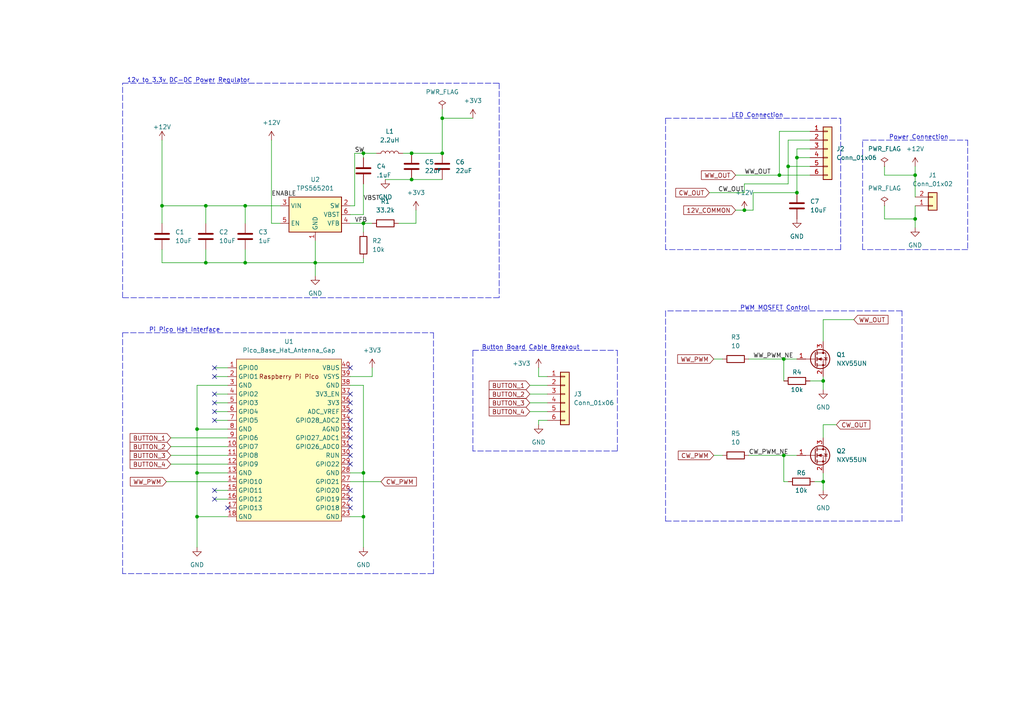
<source format=kicad_sch>
(kicad_sch (version 20211123) (generator eeschema)
  (paper "A4")
  (title_block (title "Pi Pico CWWW Control Hat") (date "2023-02-07") (rev "1.0") (comment 1 "License: CERN-OHL-S v2") (comment 2 "danielkent.net") (comment 3 "Daniel Kent"))
  (lib_symbols
    (symbol "Connector_Generic:Conn_01x02" (pin_names (offset 1.016) hide)
      (property "Reference" "J" (at 0 2.54 0))
      (property "Value" "Conn_01x02" (at 0 -5.08 0))
      (symbol "Conn_01x02_1_1"
        (rectangle (start -1.27 -2.413) (end 0 -2.667) (stroke (width 0.1524)))
        (rectangle (start -1.27 0.127) (end 0 -0.127) (stroke (width 0.1524)))
        (rectangle (start -1.27 1.27) (end 1.27 -3.81) (stroke (width 0.254)) (fill (type background)))
        (pin passive line (at -5.08 0 0) (length 3.81) (name "Pin_1") (number "1"))
        (pin passive line (at -5.08 -2.54 0) (length 3.81) (name "Pin_2") (number "2"))
      )
    )
    (symbol "Connector_Generic:Conn_01x06" (pin_names (offset 1.016) hide)
      (property "Reference" "J" (at 0 7.62 0))
      (property "Value" "Conn_01x06" (at 0 -10.16 0))
      (symbol "Conn_01x06_1_1"
        (rectangle (start -1.27 -7.493) (end 0 -7.747) (stroke (width 0.1524)))
        (rectangle (start -1.27 -4.953) (end 0 -5.207) (stroke (width 0.1524)))
        (rectangle (start -1.27 -2.413) (end 0 -2.667) (stroke (width 0.1524)))
        (rectangle (start -1.27 0.127) (end 0 -0.127) (stroke (width 0.1524)))
        (rectangle (start -1.27 2.667) (end 0 2.413) (stroke (width 0.1524)))
        (rectangle (start -1.27 5.207) (end 0 4.953) (stroke (width 0.1524)))
        (rectangle (start -1.27 6.35) (end 1.27 -8.89) (stroke (width 0.254)) (fill (type background)))
        (pin passive line (at -5.08 5.08 0) (length 3.81) (name "Pin_1") (number "1"))
        (pin passive line (at -5.08 2.54 0) (length 3.81) (name "Pin_2") (number "2"))
        (pin passive line (at -5.08 0 0) (length 3.81) (name "Pin_3") (number "3"))
        (pin passive line (at -5.08 -2.54 0) (length 3.81) (name "Pin_4") (number "4"))
        (pin passive line (at -5.08 -5.08 0) (length 3.81) (name "Pin_5") (number "5"))
        (pin passive line (at -5.08 -7.62 0) (length 3.81) (name "Pin_6") (number "6"))
      )
    )
    (symbol "Device:C" (pin_numbers hide) (pin_names (offset 0.254))
      (property "Reference" "C" (at 0.635 2.54 0))
      (property "Value" "C" (at 0.635 -2.54 0))
      (symbol "C_0_1"
        (polyline (pts (xy -2.032 -0.762) (xy 2.032 -0.762)) (stroke (width 0.508)))
        (polyline (pts (xy -2.032 0.762) (xy 2.032 0.762)) (stroke (width 0.508)))
      )
      (symbol "C_1_1"
        (pin passive line (at 0 3.81 270) (length 2.794) (name "~") (number "1"))
        (pin passive line (at 0 -3.81 90) (length 2.794) (name "~") (number "2"))
      )
    )
    (symbol "Device:L" (pin_numbers hide) (pin_names (offset 1.016) hide)
      (property "Reference" "L" (at -1.27 0 90))
      (property "Value" "L" (at 1.905 0 90))
      (symbol "L_0_1"
        (arc (start 0 -2.54) (mid 0.635 -1.905) (end 0 -1.27))
        (arc (start 0 -1.27) (mid 0.635 -0.635) (end 0 0))
        (arc (start 0 0) (mid 0.635 0.635) (end 0 1.27))
        (arc (start 0 1.27) (mid 0.635 1.905) (end 0 2.54))
      )
      (symbol "L_1_1"
        (pin passive line (at 0 3.81 270) (length 1.27) (name "1") (number "1"))
        (pin passive line (at 0 -3.81 90) (length 1.27) (name "2") (number "2"))
      )
    )
    (symbol "Device:R" (pin_numbers hide) (pin_names (offset 0))
      (property "Reference" "R" (at 2.032 0 90))
      (property "Value" "R" (at 0 0 90))
      (symbol "R_0_1"
        (rectangle (start -1.016 -2.54) (end 1.016 2.54) (stroke (width 0.254)))
      )
      (symbol "R_1_1"
        (pin passive line (at 0 3.81 270) (length 1.27) (name "~") (number "1"))
        (pin passive line (at 0 -3.81 90) (length 1.27) (name "~") (number "2"))
      )
    )
    (symbol "Q_NMOS_DSG_1" (pin_names (offset 0) hide)
      (property "Reference" "Q1" (at 6.35 1.2701 0))
      (property "Value" "NXV55UN" (at 6.35 -1.2699 0))
      (symbol "Q_NMOS_DSG_1_0_1"
        (polyline (pts (xy 0.254 0) (xy -2.54 0)))
        (polyline (pts (xy 0.254 1.905) (xy 0.254 -1.905)) (stroke (width 0.254)))
        (polyline (pts (xy 0.762 -1.27) (xy 0.762 -2.286)) (stroke (width 0.254)))
        (polyline (pts (xy 0.762 0.508) (xy 0.762 -0.508)) (stroke (width 0.254)))
        (polyline (pts (xy 0.762 2.286) (xy 0.762 1.27)) (stroke (width 0.254)))
        (polyline (pts (xy 2.54 2.54) (xy 2.54 1.778)))
        (polyline (pts (xy 2.54 -2.54) (xy 2.54 0) (xy 0.762 0)))
        (polyline (pts (xy 0.762 -1.778) (xy 3.302 -1.778) (xy 3.302 1.778) (xy 0.762 1.778)))
        (polyline (pts (xy 1.016 0) (xy 2.032 0.381) (xy 2.032 -0.381) (xy 1.016 0)) (fill (type outline)))
        (polyline (pts (xy 2.794 0.508) (xy 2.921 0.381) (xy 3.683 0.381) (xy 3.81 0.254)))
        (polyline (pts (xy 3.302 0.381) (xy 2.921 -0.254) (xy 3.683 -0.254) (xy 3.302 0.381)))
        (circle (center 1.651 0) (radius 2.794) (stroke (width 0.254)))
        (circle (center 2.54 -1.778) (radius 0.254) (fill (type outline)))
        (circle (center 2.54 1.778) (radius 0.254) (fill (type outline)))
      )
      (symbol "Q_NMOS_DSG_1_1_1"
        (pin input line (at -5.08 0 0) (length 2.54) (name "G") (number "1") (alternate "" input line))
        (pin passive line (at 2.54 -5.08 90) (length 2.54) (name "S") (number "2") (alternate "" input line))
        (pin passive line (at 2.54 5.08 270) (length 2.54) (name "D") (number "3") (alternate "" input line))
      )
    )
    (symbol "RPiPico:Pico_Base_Hat_Antenna_Gap"
      (property "Reference" "U1" (at 0 31.75 0))
      (property "Value" "Pico_Base_Hat_Antenna_Gap" (at 0 29.21 0))
      (symbol "Pico_Base_Hat_Antenna_Gap_0_0"
        (text "Raspberry Pi Pico" (at 0 21.59 0) (effects (font (size 1.27 1.27))))
      )
      (symbol "Pico_Base_Hat_Antenna_Gap_0_1"
        (rectangle (start -15.24 26.67) (end 15.24 -20.32) (fill (type background)))
      )
      (symbol "Pico_Base_Hat_Antenna_Gap_1_1"
        (pin bidirectional line (at -17.78 24.13 0) (length 2.54) (name "GPIO0") (number "1"))
        (pin bidirectional line (at -17.78 1.27 0) (length 2.54) (name "GPIO7") (number "10"))
        (pin bidirectional line (at -17.78 -1.27 0) (length 2.54) (name "GPIO8") (number "11"))
        (pin bidirectional line (at -17.78 -3.81 0) (length 2.54) (name "GPIO9") (number "12"))
        (pin power_in line (at -17.78 -6.35 0) (length 2.54) (name "GND") (number "13"))
        (pin bidirectional line (at -17.78 -8.89 0) (length 2.54) (name "GPIO10") (number "14"))
        (pin bidirectional line (at -17.78 -11.43 0) (length 2.54) (name "GPIO11") (number "15"))
        (pin bidirectional line (at -17.78 -13.97 0) (length 2.54) (name "GPIO12") (number "16"))
        (pin bidirectional line (at -17.78 -16.51 0) (length 2.54) (name "GPIO13") (number "17"))
        (pin power_in line (at -17.78 -19.05 0) (length 2.54) (name "GND") (number "18"))
        (pin bidirectional line (at -17.78 21.59 0) (length 2.54) (name "GPIO1") (number "2"))
        (pin power_in line (at 17.78 -19.05 180) (length 2.54) (name "GND") (number "23"))
        (pin bidirectional line (at 17.78 -16.51 180) (length 2.54) (name "GPIO18") (number "24"))
        (pin bidirectional line (at 17.78 -13.97 180) (length 2.54) (name "GPIO19") (number "25"))
        (pin bidirectional line (at 17.78 -11.43 180) (length 2.54) (name "GPIO20") (number "26"))
        (pin bidirectional line (at 17.78 -8.89 180) (length 2.54) (name "GPIO21") (number "27"))
        (pin power_in line (at 17.78 -6.35 180) (length 2.54) (name "GND") (number "28"))
        (pin bidirectional line (at 17.78 -3.81 180) (length 2.54) (name "GPIO22") (number "29"))
        (pin power_in line (at -17.78 19.05 0) (length 2.54) (name "GND") (number "3"))
        (pin input line (at 17.78 -1.27 180) (length 2.54) (name "RUN") (number "30"))
        (pin bidirectional line (at 17.78 1.27 180) (length 2.54) (name "GPIO26_ADC0") (number "31"))
        (pin bidirectional line (at 17.78 3.81 180) (length 2.54) (name "GPIO27_ADC1") (number "32"))
        (pin power_in line (at 17.78 6.35 180) (length 2.54) (name "AGND") (number "33"))
        (pin bidirectional line (at 17.78 8.89 180) (length 2.54) (name "GPIO28_ADC2") (number "34"))
        (pin power_in line (at 17.78 11.43 180) (length 2.54) (name "ADC_VREF") (number "35"))
        (pin power_in line (at 17.78 13.97 180) (length 2.54) (name "3V3") (number "36"))
        (pin input line (at 17.78 16.51 180) (length 2.54) (name "3V3_EN") (number "37"))
        (pin power_in line (at 17.78 19.05 180) (length 2.54) (name "GND") (number "38"))
        (pin power_in line (at 17.78 21.59 180) (length 2.54) (name "VSYS") (number "39"))
        (pin bidirectional line (at -17.78 16.51 0) (length 2.54) (name "GPIO2") (number "4"))
        (pin power_in line (at 17.78 24.13 180) (length 2.54) (name "VBUS") (number "40"))
        (pin bidirectional line (at -17.78 13.97 0) (length 2.54) (name "GPIO3") (number "5"))
        (pin bidirectional line (at -17.78 11.43 0) (length 2.54) (name "GPIO4") (number "6"))
        (pin bidirectional line (at -17.78 8.89 0) (length 2.54) (name "GPIO5") (number "7"))
        (pin power_in line (at -17.78 6.35 0) (length 2.54) (name "GND") (number "8"))
        (pin bidirectional line (at -17.78 3.81 0) (length 2.54) (name "GPIO6") (number "9"))
      )
    )
    (symbol "Regulator_Switching:TPS565208"
      (property "Reference" "U" (at -7.62 6.35 0))
      (property "Value" "TPS565208" (at -2.54 6.35 0))
      (symbol "TPS565208_0_1"
        (rectangle (start -7.62 5.08) (end 7.62 -5.08) (stroke (width 0.254)) (fill (type background)))
      )
      (symbol "TPS565208_1_1"
        (pin power_in line (at 0 -7.62 90) (length 2.54) (name "GND") (number "1"))
        (pin output line (at 10.16 2.54 180) (length 2.54) (name "SW") (number "2"))
        (pin power_in line (at -10.16 2.54 0) (length 2.54) (name "VIN") (number "3"))
        (pin input line (at 10.16 -2.54 180) (length 2.54) (name "VFB") (number "4"))
        (pin input line (at -10.16 -2.54 0) (length 2.54) (name "EN") (number "5"))
        (pin passive line (at 10.16 0 180) (length 2.54) (name "VBST") (number "6"))
      )
    )
    (symbol "power:+12V" (power) (pin_names (offset 0))
      (property "Value" "+12V" (at 0 3.556 0))
      (symbol "+12V_0_1"
        (polyline (pts (xy -0.762 1.27) (xy 0 2.54)))
        (polyline (pts (xy 0 0) (xy 0 2.54)))
        (polyline (pts (xy 0 2.54) (xy 0.762 1.27)))
      )
      (symbol "+12V_1_1"
        (pin power_in line (at 0 0 90) (length 0) hide (name "+12V") (number "1"))
      )
    )
    (symbol "power:+3.3V" (power) (pin_names (offset 0))
      (property "Value" "+3.3V" (at 0 3.556 0))
      (symbol "+3.3V_0_1"
        (polyline (pts (xy -0.762 1.27) (xy 0 2.54)))
        (polyline (pts (xy 0 0) (xy 0 2.54)))
        (polyline (pts (xy 0 2.54) (xy 0.762 1.27)))
      )
      (symbol "+3.3V_1_1"
        (pin power_in line (at 0 0 90) (length 0) hide (name "+3V3") (number "1"))
      )
    )
    (symbol "power:GND" (power) (pin_names (offset 0))
      (property "Value" "GND" (at 0 -3.81 0))
      (symbol "GND_0_1"
        (polyline (pts (xy 0 0) (xy 0 -1.27) (xy 1.27 -1.27) (xy 0 -2.54) (xy -1.27 -1.27) (xy 0 -1.27)))
      )
      (symbol "GND_1_1"
        (pin power_in line (at 0 0 270) (length 0) hide (name "GND") (number "1"))
      )
    )
    (symbol "power:PWR_FLAG" (power) (pin_numbers hide) (pin_names (offset 0) hide)
      (property "Value" "PWR_FLAG" (at 0 3.81 0))
      (symbol "PWR_FLAG_0_0"
        (pin power_out line (at 0 0 90) (length 0) (name "pwr") (number "1"))
      )
      (symbol "PWR_FLAG_0_1"
        (polyline (pts (xy 0 0) (xy 0 1.27) (xy -1.016 1.905) (xy 0 2.54) (xy 1.016 1.905) (xy 0 1.27)))
      )
    )
  )
  (junction (at 226.06 50.8))
  (junction (at 71.12 76.2))
  (junction (at 57.15 137.16))
  (junction (at 59.69 76.2))
  (junction (at 105.41 64.77))
  (junction (at 119.38 44.45))
  (junction (at 105.41 44.45))
  (junction (at 71.12 59.69))
  (junction (at 105.41 149.86))
  (junction (at 128.27 34.29))
  (junction (at 59.69 59.69))
  (junction (at 265.43 50.8))
  (junction (at 46.99 59.69))
  (junction (at 105.41 137.16))
  (junction (at 119.38 52.07))
  (junction (at 238.76 110.49))
  (junction (at 231.14 55.88))
  (junction (at 227.33 132.08))
  (junction (at 91.44 76.2))
  (junction (at 215.9 60.96))
  (junction (at 238.76 139.7))
  (junction (at 265.43 63.5))
  (junction (at 228.6 48.26))
  (junction (at 57.15 124.46))
  (junction (at 231.14 45.72))
  (junction (at 128.27 44.45))
  (junction (at 227.33 104.14))
  (junction (at 57.15 149.86))
  (no_connect (at 101.6 147.32))
  (no_connect (at 101.6 116.84))
  (no_connect (at 101.6 106.68))
  (no_connect (at 62.23 109.22))
  (no_connect (at 101.6 129.54))
  (no_connect (at 101.6 114.3))
  (no_connect (at 101.6 127))
  (no_connect (at 101.6 134.62))
  (no_connect (at 62.23 121.92))
  (no_connect (at 101.6 132.08))
  (no_connect (at 101.6 142.24))
  (no_connect (at 101.6 119.38))
  (no_connect (at 62.23 144.78))
  (no_connect (at 62.23 142.24))
  (no_connect (at 101.6 144.78))
  (no_connect (at 62.23 114.3))
  (no_connect (at 62.23 119.38))
  (no_connect (at 101.6 124.46))
  (no_connect (at 62.23 106.68))
  (no_connect (at 66.04 147.32))
  (no_connect (at 101.6 121.92))
  (no_connect (at 62.23 116.84))
  (wire (pts (xy 105.41 149.86) (xy 105.41 158.75)))
  (polyline (pts (xy 280.67 72.39) (xy 250.19 72.39)))
  (wire (pts (xy 238.76 92.71) (xy 247.65 92.71)))
  (wire (pts (xy 119.38 52.07) (xy 128.27 52.07)))
  (wire (pts (xy 49.53 134.62) (xy 66.04 134.62)))
  (wire (pts (xy 228.6 48.26) (xy 234.95 48.26)))
  (polyline (pts (xy 35.56 166.37) (xy 35.56 96.52)))
  (wire (pts (xy 101.6 109.22) (xy 107.95 109.22)))
  (wire (pts (xy 57.15 111.76) (xy 57.15 124.46)))
  (wire (pts (xy 218.44 60.96) (xy 218.44 55.88)))
  (wire (pts (xy 153.67 119.38) (xy 158.75 119.38)))
  (wire (pts (xy 156.21 109.22) (xy 156.21 106.68)))
  (wire (pts (xy 105.41 53.34) (xy 105.41 62.23)))
  (wire (pts (xy 46.99 64.77) (xy 46.99 59.69)))
  (wire (pts (xy 256.54 59.69) (xy 256.54 63.5)))
  (wire (pts (xy 227.33 104.14) (xy 231.14 104.14)))
  (wire (pts (xy 71.12 76.2) (xy 91.44 76.2)))
  (wire (pts (xy 105.41 64.77) (xy 107.95 64.77)))
  (wire (pts (xy 46.99 72.39) (xy 46.99 76.2)))
  (wire (pts (xy 226.06 50.8) (xy 226.06 38.1)))
  (wire (pts (xy 227.33 104.14) (xy 227.33 110.49)))
  (wire (pts (xy 59.69 59.69) (xy 59.69 64.77)))
  (wire (pts (xy 119.38 44.45) (xy 128.27 44.45)))
  (wire (pts (xy 205.74 55.88) (xy 215.9 55.88)))
  (wire (pts (xy 105.41 111.76) (xy 105.41 137.16)))
  (wire (pts (xy 158.75 121.92) (xy 156.21 121.92)))
  (wire (pts (xy 91.44 69.85) (xy 91.44 76.2)))
  (wire (pts (xy 228.6 48.26) (xy 228.6 40.64)))
  (polyline (pts (xy 193.04 151.13) (xy 261.62 151.13)))
  (wire (pts (xy 59.69 59.69) (xy 71.12 59.69)))
  (wire (pts (xy 153.67 114.3) (xy 158.75 114.3)))
  (wire (pts (xy 62.23 106.68) (xy 66.04 106.68)))
  (wire (pts (xy 102.87 44.45) (xy 102.87 59.69)))
  (wire (pts (xy 238.76 123.19) (xy 242.57 123.19)))
  (wire (pts (xy 207.01 104.14) (xy 209.55 104.14)))
  (wire (pts (xy 49.53 132.08) (xy 66.04 132.08)))
  (wire (pts (xy 101.6 149.86) (xy 105.41 149.86)))
  (wire (pts (xy 213.36 50.8) (xy 226.06 50.8)))
  (wire (pts (xy 215.9 55.88) (xy 215.9 53.34)))
  (wire (pts (xy 265.43 59.69) (xy 265.43 63.5)))
  (wire (pts (xy 91.44 76.2) (xy 105.41 76.2)))
  (polyline (pts (xy 137.16 101.6) (xy 139.7 101.6)))
  (wire (pts (xy 109.22 44.45) (xy 105.41 44.45)))
  (wire (pts (xy 231.14 55.88) (xy 231.14 45.72)))
  (wire (pts (xy 213.36 60.96) (xy 215.9 60.96)))
  (wire (pts (xy 153.67 116.84) (xy 158.75 116.84)))
  (wire (pts (xy 238.76 139.7) (xy 238.76 142.24)))
  (polyline (pts (xy 243.84 34.29) (xy 243.84 72.39)))
  (polyline (pts (xy 179.07 130.81) (xy 137.16 130.81)))
  (wire (pts (xy 120.65 60.96) (xy 120.65 64.77)))
  (wire (pts (xy 62.23 114.3) (xy 66.04 114.3)))
  (wire (pts (xy 227.33 132.08) (xy 231.14 132.08)))
  (wire (pts (xy 217.17 104.14) (xy 227.33 104.14)))
  (wire (pts (xy 62.23 121.92) (xy 66.04 121.92)))
  (polyline (pts (xy 250.19 72.39) (xy 250.19 40.64)))
  (wire (pts (xy 49.53 127) (xy 66.04 127)))
  (wire (pts (xy 57.15 124.46) (xy 66.04 124.46)))
  (polyline (pts (xy 261.62 151.13) (xy 261.62 90.17)))
  (polyline (pts (xy 243.84 72.39) (xy 193.04 72.39)))
  (wire (pts (xy 78.74 64.77) (xy 81.28 64.77)))
  (wire (pts (xy 238.76 92.71) (xy 238.76 99.06)))
  (wire (pts (xy 48.26 139.7) (xy 66.04 139.7)))
  (wire (pts (xy 111.76 52.07) (xy 119.38 52.07)))
  (wire (pts (xy 265.43 48.26) (xy 265.43 50.8)))
  (wire (pts (xy 128.27 34.29) (xy 137.16 34.29)))
  (wire (pts (xy 231.14 45.72) (xy 231.14 43.18)))
  (polyline (pts (xy 280.67 40.64) (xy 280.67 72.39)))
  (wire (pts (xy 105.41 44.45) (xy 105.41 45.72)))
  (wire (pts (xy 105.41 137.16) (xy 105.41 149.86)))
  (wire (pts (xy 231.14 43.18) (xy 234.95 43.18)))
  (polyline (pts (xy 144.78 86.36) (xy 35.56 86.36)))
  (wire (pts (xy 156.21 121.92) (xy 156.21 123.19)))
  (wire (pts (xy 215.9 53.34) (xy 228.6 53.34)))
  (wire (pts (xy 218.44 55.88) (xy 231.14 55.88)))
  (polyline (pts (xy 35.56 96.52) (xy 125.73 96.52)))
  (wire (pts (xy 46.99 76.2) (xy 59.69 76.2)))
  (wire (pts (xy 226.06 50.8) (xy 234.95 50.8)))
  (wire (pts (xy 101.6 59.69) (xy 102.87 59.69)))
  (wire (pts (xy 256.54 48.26) (xy 256.54 50.8)))
  (polyline (pts (xy 35.56 86.36) (xy 35.56 24.13)))
  (wire (pts (xy 128.27 31.75) (xy 128.27 34.29)))
  (wire (pts (xy 238.76 137.16) (xy 238.76 139.7)))
  (wire (pts (xy 158.75 109.22) (xy 156.21 109.22)))
  (wire (pts (xy 227.33 139.7) (xy 227.33 132.08)))
  (wire (pts (xy 62.23 119.38) (xy 66.04 119.38)))
  (wire (pts (xy 57.15 149.86) (xy 66.04 149.86)))
  (wire (pts (xy 107.95 106.68) (xy 107.95 109.22)))
  (wire (pts (xy 101.6 111.76) (xy 105.41 111.76)))
  (wire (pts (xy 207.01 132.08) (xy 209.55 132.08)))
  (wire (pts (xy 105.41 62.23) (xy 101.6 62.23)))
  (wire (pts (xy 153.67 111.76) (xy 158.75 111.76)))
  (wire (pts (xy 101.6 139.7) (xy 110.49 139.7)))
  (polyline (pts (xy 137.16 130.81) (xy 137.16 101.6)))
  (wire (pts (xy 234.95 110.49) (xy 238.76 110.49)))
  (wire (pts (xy 238.76 110.49) (xy 238.76 113.03)))
  (wire (pts (xy 62.23 109.22) (xy 66.04 109.22)))
  (wire (pts (xy 57.15 111.76) (xy 66.04 111.76)))
  (polyline (pts (xy 193.04 34.29) (xy 193.04 72.39)))
  (wire (pts (xy 265.43 63.5) (xy 265.43 66.04)))
  (wire (pts (xy 91.44 76.2) (xy 91.44 80.01)))
  (wire (pts (xy 57.15 124.46) (xy 57.15 137.16)))
  (wire (pts (xy 46.99 40.64) (xy 46.99 59.69)))
  (wire (pts (xy 71.12 76.2) (xy 59.69 76.2)))
  (wire (pts (xy 226.06 38.1) (xy 234.95 38.1)))
  (polyline (pts (xy 250.19 40.64) (xy 280.67 40.64)))
  (polyline (pts (xy 139.7 101.6) (xy 179.07 101.6)))
  (wire (pts (xy 71.12 59.69) (xy 71.12 64.77)))
  (polyline (pts (xy 193.04 34.29) (xy 243.84 34.29)))
  (wire (pts (xy 71.12 59.69) (xy 81.28 59.69)))
  (wire (pts (xy 105.41 64.77) (xy 105.41 67.31)))
  (polyline (pts (xy 125.73 96.52) (xy 125.73 166.37)))
  (wire (pts (xy 57.15 137.16) (xy 57.15 149.86)))
  (wire (pts (xy 116.84 44.45) (xy 119.38 44.45)))
  (wire (pts (xy 57.15 149.86) (xy 57.15 158.75)))
  (polyline (pts (xy 144.78 24.13) (xy 144.78 86.36)))
  (polyline (pts (xy 35.56 24.13) (xy 144.78 24.13)))
  (wire (pts (xy 46.99 59.69) (xy 59.69 59.69)))
  (wire (pts (xy 265.43 50.8) (xy 265.43 57.15)))
  (wire (pts (xy 120.65 64.77) (xy 115.57 64.77)))
  (wire (pts (xy 228.6 139.7) (xy 227.33 139.7)))
  (wire (pts (xy 228.6 53.34) (xy 228.6 48.26)))
  (wire (pts (xy 236.22 139.7) (xy 238.76 139.7)))
  (wire (pts (xy 105.41 74.93) (xy 105.41 76.2)))
  (wire (pts (xy 59.69 72.39) (xy 59.69 76.2)))
  (wire (pts (xy 217.17 132.08) (xy 227.33 132.08)))
  (polyline (pts (xy 193.04 90.17) (xy 193.04 151.13)))
  (wire (pts (xy 78.74 40.64) (xy 78.74 64.77)))
  (wire (pts (xy 256.54 63.5) (xy 265.43 63.5)))
  (wire (pts (xy 62.23 142.24) (xy 66.04 142.24)))
  (wire (pts (xy 215.9 60.96) (xy 218.44 60.96)))
  (wire (pts (xy 101.6 137.16) (xy 105.41 137.16)))
  (wire (pts (xy 228.6 40.64) (xy 234.95 40.64)))
  (polyline (pts (xy 179.07 101.6) (xy 179.07 130.81)))
  (wire (pts (xy 256.54 50.8) (xy 265.43 50.8)))
  (wire (pts (xy 238.76 123.19) (xy 238.76 127)))
  (wire (pts (xy 105.41 44.45) (xy 102.87 44.45)))
  (wire (pts (xy 57.15 137.16) (xy 66.04 137.16)))
  (wire (pts (xy 128.27 44.45) (xy 128.27 34.29)))
  (wire (pts (xy 62.23 144.78) (xy 66.04 144.78)))
  (polyline (pts (xy 125.73 166.37) (xy 35.56 166.37)))
  (wire (pts (xy 62.23 116.84) (xy 66.04 116.84)))
  (wire (pts (xy 71.12 72.39) (xy 71.12 76.2)))
  (wire (pts (xy 49.53 129.54) (xy 66.04 129.54)))
  (wire (pts (xy 238.76 109.22) (xy 238.76 110.49)))
  (wire (pts (xy 231.14 45.72) (xy 234.95 45.72)))
  (polyline (pts (xy 261.62 90.17) (xy 193.04 90.17)))
  (wire (pts (xy 101.6 64.77) (xy 105.41 64.77)))
  (text "Power Connection" (at 257.81 40.64 0) (effects (font (size 1.27 1.27)) (justify left bottom)))
  (text "12v to 3.3v DC-DC Power Regulator" (at 36.83 24.13 0) (effects (font (size 1.27 1.27)) (justify left bottom)))
  (text "PWM MOSFET Control" (at 214.63 90.17 0) (effects (font (size 1.27 1.27)) (justify left bottom)))
  (text "Pi Pico Hat Interface" (at 43.18 96.52 0) (effects (font (size 1.27 1.27)) (justify left bottom)))
  (text "LED Connection" (at 212.09 34.29 0) (effects (font (size 1.27 1.27)) (justify left bottom)))
  (text "Button Board Cable Breakout" (at 139.7 101.6 0) (effects (font (size 1.27 1.27)) (justify left bottom)))
  (label "ENABLE" (at 78.74 57.15 0))
  (label "SW" (at 102.87 44.45 0))
  (label "VFB" (at 102.87 64.77 0))
  (label "WW_PWM_NE" (at 218.44 104.14 0))
  (label "CW_PWM_NE" (at 217.17 132.08 0))
  (label "VBST" (at 105.41 58.42 0))
  (label "CW_OUT" (at 208.28 55.88 0))
  (label "WW_OUT" (at 215.9 50.8 0))
  (global_label "BUTTON_1" (shape input) (at 49.53 127 180) (property "Intersheet References" "${INTERSHEET_REFS}" (effects hide)))
  (global_label "BUTTON_3" (shape input) (at 49.53 132.08 180) (property "Intersheet References" "${INTERSHEET_REFS}" (effects hide)))
  (global_label "BUTTON_1" (shape input) (at 153.67 111.76 180) (property "Intersheet References" "${INTERSHEET_REFS}" (effects hide)))
  (global_label "BUTTON_4" (shape input) (at 49.53 134.62 180) (property "Intersheet References" "${INTERSHEET_REFS}" (effects hide)))
  (global_label "WW_OUT" (shape input) (at 247.65 92.71 0) (property "Intersheet References" "${INTERSHEET_REFS}" (effects hide)))
  (global_label "WW_OUT" (shape input) (at 213.36 50.8 180) (property "Intersheet References" "${INTERSHEET_REFS}" (effects hide)))
  (global_label "CW_PWM" (shape input) (at 110.49 139.7 0) (property "Intersheet References" "${INTERSHEET_REFS}" (effects hide)))
  (global_label "BUTTON_4" (shape input) (at 153.67 119.38 180) (property "Intersheet References" "${INTERSHEET_REFS}" (effects hide)))
  (global_label "WW_PWM" (shape input) (at 48.26 139.7 180) (property "Intersheet References" "${INTERSHEET_REFS}" (effects hide)))
  (global_label "CW_PWM" (shape input) (at 207.01 132.08 180) (property "Intersheet References" "${INTERSHEET_REFS}" (effects hide)))
  (global_label "BUTTON_3" (shape input) (at 153.67 116.84 180) (property "Intersheet References" "${INTERSHEET_REFS}" (effects hide)))
  (global_label "12V_COMMON" (shape input) (at 213.36 60.96 180) (property "Intersheet References" "${INTERSHEET_REFS}" (effects hide)))
  (global_label "CW_OUT" (shape input) (at 205.74 55.88 180) (property "Intersheet References" "${INTERSHEET_REFS}" (effects hide)))
  (global_label "WW_PWM" (shape input) (at 207.01 104.14 180) (property "Intersheet References" "${INTERSHEET_REFS}" (effects hide)))
  (global_label "BUTTON_2" (shape input) (at 153.67 114.3 180) (property "Intersheet References" "${INTERSHEET_REFS}" (effects hide)))
  (global_label "BUTTON_2" (shape input) (at 49.53 129.54 180) (property "Intersheet References" "${INTERSHEET_REFS}" (effects hide)))
  (global_label "CW_OUT" (shape input) (at 242.57 123.19 0) (property "Intersheet References" "${INTERSHEET_REFS}" (effects hide)))
  (symbol (lib_id "Regulator_Switching:TPS565208") (at 91.44 62.23 0) (unit 1)
    (property "Reference" "U2" (at 91.44 52.07 0))
    (property "Value" "TPS565201" (at 91.44 54.61 0))
    (property "Footprint" "Package_TO_SOT_SMD:SOT-23-6" (effects hide))
    (property "Datasheet" "http://www.ti.com/lit/ds/symlink/tps565208.pdf" (effects hide))
  )
  (symbol (lib_id "power:GND") (at 231.14 63.5 0) (unit 1)
    (property "Reference" "#PWR0113" (effects hide))
    (property "Value" "GND" (at 231.14 68.58 0))
  )
  (symbol (lib_id "power:GND") (at 156.21 123.19 0) (unit 1)
    (property "Reference" "#PWR0112" (effects hide))
    (property "Value" "GND" (at 156.21 128.27 0))
  )
  (symbol (lib_id "power:+3.3V") (at 107.95 106.68 0) (unit 1)
    (property "Reference" "#PWR0105" (effects hide))
    (property "Value" "+3.3V" (at 107.95 101.6 0))
  )
  (symbol (lib_id "power:GND") (at 91.44 80.01 0) (unit 1)
    (property "Reference" "#PWR0109" (effects hide))
    (property "Value" "GND" (at 91.44 85.09 0))
  )
  (symbol (lib_id "power:PWR_FLAG") (at 256.54 48.26 0) (unit 1)
    (property "Reference" "#FLG0102" (effects hide))
    (property "Value" "PWR_FLAG" (at 256.54 43.18 0))
  )
  (symbol (lib_id "power:GND") (at 238.76 113.03 0) (unit 1)
    (property "Reference" "#PWR0107" (effects hide))
    (property "Value" "GND" (at 238.76 118.11 0))
  )
  (symbol (lib_id "power:+3.3V") (at 137.16 34.29 0) (unit 1)
    (property "Reference" "#PWR0117" (effects hide))
    (property "Value" "+3.3V" (at 137.16 29.21 0))
  )
  (symbol (lib_id "Device:C") (at 231.14 59.69 0) (unit 1)
    (property "Reference" "C7" (at 234.95 58.4199 0) (effects (justify left)))
    (property "Value" "10uF" (at 234.95 60.9599 0) (effects (justify left)))
    (property "Footprint" "Capacitor_SMD:C_0805_2012Metric_Pad1.18x1.45mm_HandSolder" (effects hide))
  )
  (symbol (lib_id "power:+3.3V") (at 120.65 60.96 0) (unit 1)
    (property "Reference" "#PWR0102" (effects hide))
    (property "Value" "+3.3V" (at 120.65 55.88 0))
  )
  (symbol (lib_id "Device:R") (at 231.14 110.49 90) (unit 1)
    (property "Reference" "R4" (at 231.14 107.95 90))
    (property "Value" "10k" (at 231.14 113.03 90))
    (property "Footprint" "Resistor_SMD:R_0603_1608Metric_Pad0.98x0.95mm_HandSolder" (effects hide))
  )
  (symbol (lib_id "power:+12V") (at 215.9 60.96 0) (unit 1)
    (property "Reference" "#PWR0106" (effects hide))
    (property "Value" "+12V" (at 215.9 55.88 0))
  )
  (symbol (lib_id "power:+12V") (at 46.99 40.64 0) (unit 1)
    (property "Reference" "#PWR0101" (effects hide))
    (property "Value" "+12V" (at 46.99 36.83 0))
  )
  (symbol (lib_id "Connector_Generic:Conn_01x02") (at 270.51 59.69 0) (mirror x) (unit 1)
    (property "Reference" "J1" (at 270.51 50.8 0))
    (property "Value" "Conn_01x02" (at 270.51 53.34 0))
    (property "Footprint" "Connector_JST:JST_PH_S2B-PH-K_1x02_P2.00mm_Horizontal" (effects hide))
  )
  (symbol (lib_name "Q_NMOS_DSG_1") (lib_id "Device:Q_NMOS_DSG") (at 236.22 104.14 0) (unit 1)
    (property "Reference" "Q1" (at 242.57 102.8699 0) (effects (justify left)))
    (property "Value" "NXV55UN" (at 242.57 105.4099 0) (effects (justify left)))
    (property "Footprint" "Package_TO_SOT_SMD:SOT-23-3" (effects hide))
    (property "Datasheet" "https://assets.nexperia.com/documents/data-sheet/NXV55UN.pdf" (effects hide))
  )
  (symbol (lib_id "Device:C") (at 105.41 49.53 0) (unit 1)
    (property "Reference" "C4" (at 109.22 48.2599 0) (effects (justify left)))
    (property "Value" ".1uF" (at 109.22 50.7999 0) (effects (justify left)))
    (property "Footprint" "Capacitor_SMD:C_0603_1608Metric_Pad1.08x0.95mm_HandSolder" (effects hide))
  )
  (symbol (lib_id "Device:R") (at 213.36 132.08 90) (unit 1)
    (property "Reference" "R5" (at 213.36 125.73 90))
    (property "Value" "10" (at 213.36 128.27 90))
    (property "Footprint" "Resistor_SMD:R_0603_1608Metric_Pad0.98x0.95mm_HandSolder" (effects hide))
  )
  (symbol (lib_name "Q_NMOS_DSG_1") (lib_id "Device:Q_NMOS_DSG") (at 236.22 132.08 0) (unit 1)
    (property "Reference" "Q2" (at 242.57 130.8099 0) (effects (justify left)))
    (property "Value" "NXV55UN" (at 242.57 133.3499 0) (effects (justify left)))
    (property "Footprint" "Package_TO_SOT_SMD:SOT-23-3" (effects hide))
    (property "Datasheet" "https://assets.nexperia.com/documents/data-sheet/NXV55UN.pdf" (effects hide))
  )
  (symbol (lib_id "Device:R") (at 111.76 64.77 90) (unit 1)
    (property "Reference" "R1" (at 111.76 58.42 90))
    (property "Value" "33.2k" (at 111.76 60.96 90))
    (property "Footprint" "Resistor_SMD:R_0603_1608Metric_Pad0.98x0.95mm_HandSolder" (effects hide))
  )
  (symbol (lib_id "power:GND") (at 105.41 158.75 0) (unit 1)
    (property "Reference" "#PWR0110" (effects hide))
    (property "Value" "GND" (at 105.41 163.83 0))
  )
  (symbol (lib_id "power:+12V") (at 78.74 40.64 0) (unit 1)
    (property "Reference" "#PWR0115" (effects hide))
    (property "Value" "+12V" (at 78.74 35.56 0))
  )
  (symbol (lib_id "Device:R") (at 105.41 71.12 0) (unit 1)
    (property "Reference" "R2" (at 107.95 69.8499 0) (effects (justify left)))
    (property "Value" "10k" (at 107.95 72.3899 0) (effects (justify left)))
    (property "Footprint" "Resistor_SMD:R_0603_1608Metric_Pad0.98x0.95mm_HandSolder" (effects hide))
  )
  (symbol (lib_id "power:GND") (at 265.43 66.04 0) (unit 1)
    (property "Reference" "#PWR0103" (effects hide))
    (property "Value" "GND" (at 265.43 71.12 0))
  )
  (symbol (lib_id "power:PWR_FLAG") (at 256.54 59.69 0) (unit 1)
    (property "Reference" "#FLG0101" (effects hide))
    (property "Value" "PWR_FLAG" (at 256.54 54.61 0))
  )
  (symbol (lib_id "power:GND") (at 111.76 52.07 0) (unit 1)
    (property "Reference" "#PWR0114" (effects hide))
    (property "Value" "GND" (at 111.76 57.15 0))
  )
  (symbol (lib_id "power:GND") (at 57.15 158.75 0) (unit 1)
    (property "Reference" "#PWR0111" (effects hide))
    (property "Value" "GND" (at 57.15 163.83 0))
  )
  (symbol (lib_id "power:GND") (at 238.76 142.24 0) (unit 1)
    (property "Reference" "#PWR0108" (effects hide))
    (property "Value" "GND" (at 238.76 147.32 0))
  )
  (symbol (lib_id "power:PWR_FLAG") (at 128.27 31.75 0) (unit 1)
    (property "Reference" "#FLG0103" (effects hide))
    (property "Value" "PWR_FLAG" (at 128.27 26.67 0))
  )
  (symbol (lib_id "Device:C") (at 46.99 68.58 0) (unit 1)
    (property "Reference" "C1" (at 50.8 67.3099 0) (effects (justify left)))
    (property "Value" "10uF" (at 50.8 69.8499 0) (effects (justify left)))
    (property "Footprint" "Capacitor_SMD:C_0805_2012Metric_Pad1.18x1.45mm_HandSolder" (effects hide))
  )
  (symbol (lib_id "Device:C") (at 119.38 48.26 0) (unit 1)
    (property "Reference" "C5" (at 123.19 46.9899 0) (effects (justify left)))
    (property "Value" "22uF" (at 123.19 49.5299 0) (effects (justify left)))
    (property "Footprint" "Capacitor_SMD:C_0805_2012Metric_Pad1.18x1.45mm_HandSolder" (effects hide))
  )
  (symbol (lib_id "Device:C") (at 128.27 48.26 0) (unit 1)
    (property "Reference" "C6" (at 132.08 46.9899 0) (effects (justify left)))
    (property "Value" "22uF" (at 132.08 49.5299 0) (effects (justify left)))
    (property "Footprint" "Capacitor_SMD:C_0805_2012Metric_Pad1.18x1.45mm_HandSolder" (effects hide))
  )
  (symbol (lib_id "power:+12V") (at 265.43 48.26 0) (unit 1)
    (property "Reference" "#PWR0116" (effects hide))
    (property "Value" "+12V" (at 265.43 43.18 0))
  )
  (symbol (lib_id "Connector_Generic:Conn_01x06") (at 163.83 114.3 0) (unit 1)
    (property "Reference" "J3" (at 166.37 114.2999 0) (effects (justify left)))
    (property "Value" "Conn_01x06" (at 166.37 116.8399 0) (effects (justify left)))
    (property "Footprint" "Connector_JST:JST_PH_B6B-PH-K_1x06_P2.00mm_Vertical" (effects hide))
  )
  (symbol (lib_id "Device:C") (at 71.12 68.58 0) (unit 1)
    (property "Reference" "C3" (at 74.93 67.3099 0) (effects (justify left)))
    (property "Value" "1uF" (at 74.93 69.8499 0) (effects (justify left)))
    (property "Footprint" "Capacitor_SMD:C_0805_2012Metric_Pad1.18x1.45mm_HandSolder" (effects hide))
  )
  (symbol (lib_id "Connector_Generic:Conn_01x06") (at 240.03 43.18 0) (unit 1)
    (property "Reference" "J2" (at 242.57 43.1799 0) (effects (justify left)))
    (property "Value" "Conn_01x06" (at 242.57 45.7199 0) (effects (justify left)))
    (property "Footprint" "Connector_JST:JST_PH_S6B-PH-K_1x06_P2.00mm_Horizontal" (effects hide))
  )
  (symbol (lib_id "Device:R") (at 213.36 104.14 90) (unit 1)
    (property "Reference" "R3" (at 213.36 97.79 90))
    (property "Value" "10" (at 213.36 100.33 90))
    (property "Footprint" "Resistor_SMD:R_0603_1608Metric_Pad0.98x0.95mm_HandSolder" (effects hide))
  )
  (symbol (lib_id "RPiPico:Pico_Base_Hat_Antenna_Gap") (at 83.82 130.81 0) (unit 1)
    (property "Reference" "U1" (at 83.82 99.06 0))
    (property "Value" "Pico_Base_Hat_Antenna_Gap" (at 83.82 101.6 0))
    (property "Footprint" "picolamp:Partial Pico Hat with Antenna Gap" (effects hide))
  )
  (symbol (lib_id "Device:R") (at 232.41 139.7 90) (unit 1)
    (property "Reference" "R6" (at 232.41 137.16 90))
    (property "Value" "10k" (at 232.41 142.24 90))
    (property "Footprint" "Resistor_SMD:R_0603_1608Metric_Pad0.98x0.95mm_HandSolder" (effects hide))
  )
  (symbol (lib_id "power:+3.3V") (at 156.21 106.68 0) (unit 1)
    (property "Reference" "#PWR0104" (effects hide))
    (property "Value" "+3.3V" (at 148.59 105.41 0) (effects (justify left)))
  )
  (symbol (lib_id "Device:L") (at 113.03 44.45 90) (unit 1)
    (property "Reference" "L1" (at 113.03 38.1 90))
    (property "Value" "2.2uH" (at 113.03 40.64 90))
    (property "Footprint" "Inductor_SMD:L_1210_3225Metric_Pad1.42x2.65mm_HandSolder" (effects hide))
  )
  (symbol (lib_id "Device:C") (at 59.69 68.58 0) (unit 1)
    (property "Reference" "C2" (at 63.5 67.3099 0) (effects (justify left)))
    (property "Value" "10uF" (at 63.5 69.8499 0) (effects (justify left)))
    (property "Footprint" "Capacitor_SMD:C_0805_2012Metric_Pad1.18x1.45mm_HandSolder" (effects hide))
  )
)
</source>
